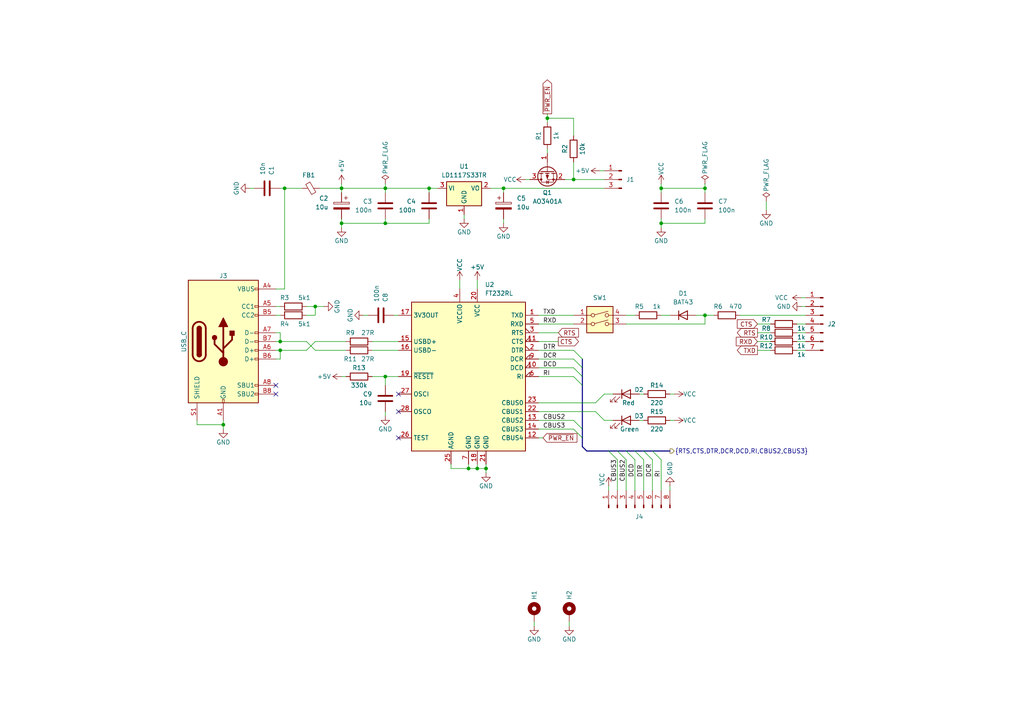
<source format=kicad_sch>
(kicad_sch (version 20230121) (generator eeschema)
  (paper "A4")
  (title_block (title "${acronym} - ${title}") (date "${date}") (rev "${revision}") (company "${company}") (comment 1 "${creator}") (comment 2 "${license}"))
  (lib_symbols
    (symbol "Connector:Conn_01x03_Pin" (pin_names (offset 1.016) hide)
      (property "Reference" "J" (at 0 5.08 0))
      (property "Value" "Conn_01x03_Pin" (at 0 -5.08 0))
      (symbol "Conn_01x03_Pin_1_1"
        (polyline (pts (xy 1.27 -2.54) (xy 0.8636 -2.54)) (stroke (width 0.1524)))
        (polyline (pts (xy 1.27 0) (xy 0.8636 0)) (stroke (width 0.1524)))
        (polyline (pts (xy 1.27 2.54) (xy 0.8636 2.54)) (stroke (width 0.1524)))
        (rectangle (start 0.8636 -2.413) (end 0 -2.667) (stroke (width 0.1524)) (fill (type outline)))
        (rectangle (start 0.8636 0.127) (end 0 -0.127) (stroke (width 0.1524)) (fill (type outline)))
        (rectangle (start 0.8636 2.667) (end 0 2.413) (stroke (width 0.1524)) (fill (type outline)))
        (pin passive line (at 5.08 2.54 180) (length 3.81) (name "Pin_1") (number "1"))
        (pin passive line (at 5.08 0 180) (length 3.81) (name "Pin_2") (number "2"))
        (pin passive line (at 5.08 -2.54 180) (length 3.81) (name "Pin_3") (number "3"))
      )
    )
    (symbol "Connector:Conn_01x07_Pin" (pin_names (offset 1.016) hide)
      (property "Reference" "J" (at 0 10.16 0))
      (property "Value" "Conn_01x07_Pin" (at 0 -10.16 0))
      (symbol "Conn_01x07_Pin_1_1"
        (polyline (pts (xy 1.27 -7.62) (xy 0.8636 -7.62)) (stroke (width 0.1524)))
        (polyline (pts (xy 1.27 -5.08) (xy 0.8636 -5.08)) (stroke (width 0.1524)))
        (polyline (pts (xy 1.27 -2.54) (xy 0.8636 -2.54)) (stroke (width 0.1524)))
        (polyline (pts (xy 1.27 0) (xy 0.8636 0)) (stroke (width 0.1524)))
        (polyline (pts (xy 1.27 2.54) (xy 0.8636 2.54)) (stroke (width 0.1524)))
        (polyline (pts (xy 1.27 5.08) (xy 0.8636 5.08)) (stroke (width 0.1524)))
        (polyline (pts (xy 1.27 7.62) (xy 0.8636 7.62)) (stroke (width 0.1524)))
        (rectangle (start 0.8636 -7.493) (end 0 -7.747) (stroke (width 0.1524)) (fill (type outline)))
        (rectangle (start 0.8636 -4.953) (end 0 -5.207) (stroke (width 0.1524)) (fill (type outline)))
        (rectangle (start 0.8636 -2.413) (end 0 -2.667) (stroke (width 0.1524)) (fill (type outline)))
        (rectangle (start 0.8636 0.127) (end 0 -0.127) (stroke (width 0.1524)) (fill (type outline)))
        (rectangle (start 0.8636 2.667) (end 0 2.413) (stroke (width 0.1524)) (fill (type outline)))
        (rectangle (start 0.8636 5.207) (end 0 4.953) (stroke (width 0.1524)) (fill (type outline)))
        (rectangle (start 0.8636 7.747) (end 0 7.493) (stroke (width 0.1524)) (fill (type outline)))
        (pin passive line (at 5.08 7.62 180) (length 3.81) (name "Pin_1") (number "1"))
        (pin passive line (at 5.08 5.08 180) (length 3.81) (name "Pin_2") (number "2"))
        (pin passive line (at 5.08 2.54 180) (length 3.81) (name "Pin_3") (number "3"))
        (pin passive line (at 5.08 0 180) (length 3.81) (name "Pin_4") (number "4"))
        (pin passive line (at 5.08 -2.54 180) (length 3.81) (name "Pin_5") (number "5"))
        (pin passive line (at 5.08 -5.08 180) (length 3.81) (name "Pin_6") (number "6"))
        (pin passive line (at 5.08 -7.62 180) (length 3.81) (name "Pin_7") (number "7"))
      )
    )
    (symbol "Connector:Conn_01x08_Pin" (pin_names (offset 1.016) hide)
      (property "Reference" "J" (at 0 10.16 0))
      (property "Value" "Conn_01x08_Pin" (at 0 -12.7 0))
      (symbol "Conn_01x08_Pin_1_1"
        (polyline (pts (xy 1.27 -10.16) (xy 0.8636 -10.16)) (stroke (width 0.1524)))
        (polyline (pts (xy 1.27 -7.62) (xy 0.8636 -7.62)) (stroke (width 0.1524)))
        (polyline (pts (xy 1.27 -5.08) (xy 0.8636 -5.08)) (stroke (width 0.1524)))
        (polyline (pts (xy 1.27 -2.54) (xy 0.8636 -2.54)) (stroke (width 0.1524)))
        (polyline (pts (xy 1.27 0) (xy 0.8636 0)) (stroke (width 0.1524)))
        (polyline (pts (xy 1.27 2.54) (xy 0.8636 2.54)) (stroke (width 0.1524)))
        (polyline (pts (xy 1.27 5.08) (xy 0.8636 5.08)) (stroke (width 0.1524)))
        (polyline (pts (xy 1.27 7.62) (xy 0.8636 7.62)) (stroke (width 0.1524)))
        (rectangle (start 0.8636 -10.033) (end 0 -10.287) (stroke (width 0.1524)) (fill (type outline)))
        (rectangle (start 0.8636 -7.493) (end 0 -7.747) (stroke (width 0.1524)) (fill (type outline)))
        (rectangle (start 0.8636 -4.953) (end 0 -5.207) (stroke (width 0.1524)) (fill (type outline)))
        (rectangle (start 0.8636 -2.413) (end 0 -2.667) (stroke (width 0.1524)) (fill (type outline)))
        (rectangle (start 0.8636 0.127) (end 0 -0.127) (stroke (width 0.1524)) (fill (type outline)))
        (rectangle (start 0.8636 2.667) (end 0 2.413) (stroke (width 0.1524)) (fill (type outline)))
        (rectangle (start 0.8636 5.207) (end 0 4.953) (stroke (width 0.1524)) (fill (type outline)))
        (rectangle (start 0.8636 7.747) (end 0 7.493) (stroke (width 0.1524)) (fill (type outline)))
        (pin passive line (at 5.08 7.62 180) (length 3.81) (name "Pin_1") (number "1"))
        (pin passive line (at 5.08 5.08 180) (length 3.81) (name "Pin_2") (number "2"))
        (pin passive line (at 5.08 2.54 180) (length 3.81) (name "Pin_3") (number "3"))
        (pin passive line (at 5.08 0 180) (length 3.81) (name "Pin_4") (number "4"))
        (pin passive line (at 5.08 -2.54 180) (length 3.81) (name "Pin_5") (number "5"))
        (pin passive line (at 5.08 -5.08 180) (length 3.81) (name "Pin_6") (number "6"))
        (pin passive line (at 5.08 -7.62 180) (length 3.81) (name "Pin_7") (number "7"))
        (pin passive line (at 5.08 -10.16 180) (length 3.81) (name "Pin_8") (number "8"))
      )
    )
    (symbol "Connector:USB_C_Receptacle_USB2.0_16P" (pin_names (offset 1.016))
      (property "Reference" "J" (at 0 22.225 0))
      (property "Value" "USB_C_Receptacle_USB2.0_16P" (at 0 19.685 0))
      (symbol "USB_C_Receptacle_USB2.0_16P_0_0"
        (rectangle (start -0.254 -17.78) (end 0.254 -16.764))
        (rectangle (start 10.16 -14.986) (end 9.144 -15.494))
        (rectangle (start 10.16 -12.446) (end 9.144 -12.954))
        (rectangle (start 10.16 -4.826) (end 9.144 -5.334))
        (rectangle (start 10.16 -2.286) (end 9.144 -2.794))
        (rectangle (start 10.16 0.254) (end 9.144 -0.254))
        (rectangle (start 10.16 2.794) (end 9.144 2.286))
        (rectangle (start 10.16 7.874) (end 9.144 7.366))
        (rectangle (start 10.16 10.414) (end 9.144 9.906))
        (rectangle (start 10.16 15.494) (end 9.144 14.986))
      )
      (symbol "USB_C_Receptacle_USB2.0_16P_0_1"
        (rectangle (start -10.16 17.78) (end 10.16 -17.78) (stroke (width 0.254)) (fill (type background)))
        (arc (start -8.89 -3.81) (mid -6.985 -5.7067) (end -5.08 -3.81) (stroke (width 0.508)))
        (arc (start -7.62 -3.81) (mid -6.985 -4.4423) (end -6.35 -3.81) (stroke (width 0.254)))
        (arc (start -7.62 -3.81) (mid -6.985 -4.4423) (end -6.35 -3.81) (stroke (width 0.254)) (fill (type outline)))
        (rectangle (start -7.62 -3.81) (end -6.35 3.81) (stroke (width 0.254)) (fill (type outline)))
        (arc (start -6.35 3.81) (mid -6.985 4.4423) (end -7.62 3.81) (stroke (width 0.254)))
        (arc (start -6.35 3.81) (mid -6.985 4.4423) (end -7.62 3.81) (stroke (width 0.254)) (fill (type outline)))
        (arc (start -5.08 3.81) (mid -6.985 5.7067) (end -8.89 3.81) (stroke (width 0.508)))
        (circle (center -2.54 1.143) (radius 0.635) (stroke (width 0.254)) (fill (type outline)))
        (circle (center 0 -5.842) (radius 1.27) (fill (type outline)))
        (polyline (pts (xy -8.89 -3.81) (xy -8.89 3.81)) (stroke (width 0.508)))
        (polyline (pts (xy -5.08 3.81) (xy -5.08 -3.81)) (stroke (width 0.508)))
        (polyline (pts (xy 0 -5.842) (xy 0 4.318)) (stroke (width 0.508)))
        (polyline (pts (xy 0 -3.302) (xy -2.54 -0.762) (xy -2.54 0.508)) (stroke (width 0.508)))
        (polyline (pts (xy 0 -2.032) (xy 2.54 0.508) (xy 2.54 1.778)) (stroke (width 0.508)))
        (polyline (pts (xy -1.27 4.318) (xy 0 6.858) (xy 1.27 4.318) (xy -1.27 4.318)) (stroke (width 0.254)) (fill (type outline)))
        (rectangle (start 1.905 1.778) (end 3.175 3.048) (stroke (width 0.254)) (fill (type outline)))
      )
      (symbol "USB_C_Receptacle_USB2.0_16P_1_1"
        (pin passive line (at 0 -22.86 90) (length 5.08) (name "GND") (number "A1"))
        (pin passive line (at 0 -22.86 90) (length 5.08) hide (name "GND") (number "A12"))
        (pin passive line (at 15.24 15.24 180) (length 5.08) (name "VBUS") (number "A4"))
        (pin bidirectional line (at 15.24 10.16 180) (length 5.08) (name "CC1") (number "A5"))
        (pin bidirectional line (at 15.24 -2.54 180) (length 5.08) (name "D+") (number "A6"))
        (pin bidirectional line (at 15.24 2.54 180) (length 5.08) (name "D-") (number "A7"))
        (pin bidirectional line (at 15.24 -12.7 180) (length 5.08) (name "SBU1") (number "A8"))
        (pin passive line (at 15.24 15.24 180) (length 5.08) hide (name "VBUS") (number "A9"))
        (pin passive line (at 0 -22.86 90) (length 5.08) hide (name "GND") (number "B1"))
        (pin passive line (at 0 -22.86 90) (length 5.08) hide (name "GND") (number "B12"))
        (pin passive line (at 15.24 15.24 180) (length 5.08) hide (name "VBUS") (number "B4"))
        (pin bidirectional line (at 15.24 7.62 180) (length 5.08) (name "CC2") (number "B5"))
        (pin bidirectional line (at 15.24 -5.08 180) (length 5.08) (name "D+") (number "B6"))
        (pin bidirectional line (at 15.24 0 180) (length 5.08) (name "D-") (number "B7"))
        (pin bidirectional line (at 15.24 -15.24 180) (length 5.08) (name "SBU2") (number "B8"))
        (pin passive line (at 15.24 15.24 180) (length 5.08) hide (name "VBUS") (number "B9"))
        (pin passive line (at -7.62 -22.86 90) (length 5.08) (name "SHIELD") (number "S1"))
      )
    )
    (symbol "Device:C" (pin_numbers hide) (pin_names (offset 0.254))
      (property "Reference" "C" (at 0.635 2.54 0))
      (property "Value" "C" (at 0.635 -2.54 0))
      (symbol "C_0_1"
        (polyline (pts (xy -2.032 -0.762) (xy 2.032 -0.762)) (stroke (width 0.508)))
        (polyline (pts (xy -2.032 0.762) (xy 2.032 0.762)) (stroke (width 0.508)))
      )
      (symbol "C_1_1"
        (pin passive line (at 0 3.81 270) (length 2.794) (name "~") (number "1"))
        (pin passive line (at 0 -3.81 90) (length 2.794) (name "~") (number "2"))
      )
    )
    (symbol "Device:C_Polarized" (pin_numbers hide) (pin_names (offset 0.254))
      (property "Reference" "C" (at 0.635 2.54 0))
      (property "Value" "C_Polarized" (at 0.635 -2.54 0))
      (symbol "C_Polarized_0_1"
        (rectangle (start -2.286 0.508) (end 2.286 1.016))
        (polyline (pts (xy -1.778 2.286) (xy -0.762 2.286)))
        (polyline (pts (xy -1.27 2.794) (xy -1.27 1.778)))
        (rectangle (start 2.286 -0.508) (end -2.286 -1.016) (fill (type outline)))
      )
      (symbol "C_Polarized_1_1"
        (pin passive line (at 0 3.81 270) (length 2.794) (name "~") (number "1"))
        (pin passive line (at 0 -3.81 90) (length 2.794) (name "~") (number "2"))
      )
    )
    (symbol "Device:D" (pin_numbers hide) (pin_names (offset 1.016) hide)
      (property "Reference" "D" (at 0 2.54 0))
      (property "Value" "D" (at 0 -2.54 0))
      (symbol "D_0_1"
        (polyline (pts (xy -1.27 1.27) (xy -1.27 -1.27)) (stroke (width 0.254)))
        (polyline (pts (xy 1.27 0) (xy -1.27 0)))
        (polyline (pts (xy 1.27 1.27) (xy 1.27 -1.27) (xy -1.27 0) (xy 1.27 1.27)) (stroke (width 0.254)))
      )
      (symbol "D_1_1"
        (pin passive line (at -3.81 0 0) (length 2.54) (name "K") (number "1"))
        (pin passive line (at 3.81 0 180) (length 2.54) (name "A") (number "2"))
      )
    )
    (symbol "Device:FerriteBead_Small" (pin_numbers hide) (pin_names (offset 0))
      (property "Reference" "FB" (at 1.905 1.27 0))
      (property "Value" "FerriteBead_Small" (at 1.905 -1.27 0))
      (symbol "FerriteBead_Small_0_1"
        (polyline (pts (xy 0 -1.27) (xy 0 -0.7874)))
        (polyline (pts (xy 0 0.889) (xy 0 1.2954)))
        (polyline (pts (xy -1.8288 0.2794) (xy -1.1176 1.4986) (xy 1.8288 -0.2032) (xy 1.1176 -1.4224) (xy -1.8288 0.2794)))
      )
      (symbol "FerriteBead_Small_1_1"
        (pin passive line (at 0 2.54 270) (length 1.27) (name "~") (number "1"))
        (pin passive line (at 0 -2.54 90) (length 1.27) (name "~") (number "2"))
      )
    )
    (symbol "Device:LED" (pin_numbers hide) (pin_names (offset 1.016) hide)
      (property "Reference" "D" (at 0 2.54 0))
      (property "Value" "LED" (at 0 -2.54 0))
      (symbol "LED_0_1"
        (polyline (pts (xy -1.27 -1.27) (xy -1.27 1.27)) (stroke (width 0.254)))
        (polyline (pts (xy -1.27 0) (xy 1.27 0)))
        (polyline (pts (xy 1.27 -1.27) (xy 1.27 1.27) (xy -1.27 0) (xy 1.27 -1.27)) (stroke (width 0.254)))
        (polyline (pts (xy -3.048 -0.762) (xy -4.572 -2.286) (xy -3.81 -2.286) (xy -4.572 -2.286) (xy -4.572 -1.524)))
        (polyline (pts (xy -1.778 -0.762) (xy -3.302 -2.286) (xy -2.54 -2.286) (xy -3.302 -2.286) (xy -3.302 -1.524)))
      )
      (symbol "LED_1_1"
        (pin passive line (at -3.81 0 0) (length 2.54) (name "K") (number "1"))
        (pin passive line (at 3.81 0 180) (length 2.54) (name "A") (number "2"))
      )
    )
    (symbol "Device:R" (pin_numbers hide) (pin_names (offset 0))
      (property "Reference" "R" (at 2.032 0 90))
      (property "Value" "R" (at 0 0 90))
      (symbol "R_0_1"
        (rectangle (start -1.016 -2.54) (end 1.016 2.54) (stroke (width 0.254)))
      )
      (symbol "R_1_1"
        (pin passive line (at 0 3.81 270) (length 1.27) (name "~") (number "1"))
        (pin passive line (at 0 -3.81 90) (length 1.27) (name "~") (number "2"))
      )
    )
    (symbol "Interface_USB:FT232RL"
      (property "Reference" "U" (at -16.51 22.86 0))
      (property "Value" "FT232RL" (at 10.16 22.86 0))
      (symbol "FT232RL_0_1"
        (rectangle (start -16.51 21.59) (end 16.51 -21.59) (stroke (width 0.254)) (fill (type background)))
      )
      (symbol "FT232RL_1_1"
        (pin output line (at 20.32 17.78 180) (length 3.81) (name "TXD") (number "1"))
        (pin input input_low (at 20.32 2.54 180) (length 3.81) (name "DCD") (number "10"))
        (pin input input_low (at 20.32 10.16 180) (length 3.81) (name "CTS") (number "11"))
        (pin bidirectional line (at 20.32 -17.78 180) (length 3.81) (name "CBUS4") (number "12"))
        (pin bidirectional line (at 20.32 -12.7 180) (length 3.81) (name "CBUS2") (number "13"))
        (pin bidirectional line (at 20.32 -15.24 180) (length 3.81) (name "CBUS3") (number "14"))
        (pin bidirectional line (at -20.32 10.16 0) (length 3.81) (name "USBD+") (number "15"))
        (pin bidirectional line (at -20.32 7.62 0) (length 3.81) (name "USBD-") (number "16"))
        (pin power_out line (at -20.32 17.78 0) (length 3.81) (name "3V3OUT") (number "17"))
        (pin power_in line (at 2.54 -25.4 90) (length 3.81) (name "GND") (number "18"))
        (pin input line (at -20.32 0 0) (length 3.81) (name "~{RESET}") (number "19"))
        (pin output output_low (at 20.32 7.62 180) (length 3.81) (name "DTR") (number "2"))
        (pin power_in line (at 2.54 25.4 270) (length 3.81) (name "VCC") (number "20"))
        (pin power_in line (at 5.08 -25.4 90) (length 3.81) (name "GND") (number "21"))
        (pin bidirectional line (at 20.32 -10.16 180) (length 3.81) (name "CBUS1") (number "22"))
        (pin bidirectional line (at 20.32 -7.62 180) (length 3.81) (name "CBUS0") (number "23"))
        (pin power_in line (at -5.08 -25.4 90) (length 3.81) (name "AGND") (number "25"))
        (pin input line (at -20.32 -17.78 0) (length 3.81) (name "TEST") (number "26"))
        (pin input line (at -20.32 -5.08 0) (length 3.81) (name "OSCI") (number "27"))
        (pin output line (at -20.32 -10.16 0) (length 3.81) (name "OSCO") (number "28"))
        (pin output output_low (at 20.32 12.7 180) (length 3.81) (name "RTS") (number "3"))
        (pin power_in line (at -2.54 25.4 270) (length 3.81) (name "VCCIO") (number "4"))
        (pin input line (at 20.32 15.24 180) (length 3.81) (name "RXD") (number "5"))
        (pin input input_low (at 20.32 0 180) (length 3.81) (name "RI") (number "6"))
        (pin power_in line (at 0 -25.4 90) (length 3.81) (name "GND") (number "7"))
        (pin input input_low (at 20.32 5.08 180) (length 3.81) (name "DCR") (number "9"))
      )
    )
    (symbol "Mechanical:MountingHole_Pad" (pin_numbers hide) (pin_names (offset 1.016) hide)
      (property "Reference" "H" (at 0 6.35 0))
      (property "Value" "MountingHole_Pad" (at 0 4.445 0))
      (symbol "MountingHole_Pad_0_1"
        (circle (center 0 1.27) (radius 1.27) (stroke (width 1.27)))
      )
      (symbol "MountingHole_Pad_1_1"
        (pin input line (at 0 -2.54 90) (length 2.54) (name "1") (number "1"))
      )
    )
    (symbol "Regulator_Linear:LD1117S33TR_SOT223"
      (property "Reference" "U" (at -3.81 3.175 0))
      (property "Value" "LD1117S33TR_SOT223" (at 0 3.175 0))
      (symbol "LD1117S33TR_SOT223_0_1"
        (rectangle (start -5.08 -5.08) (end 5.08 1.905) (stroke (width 0.254)) (fill (type background)))
      )
      (symbol "LD1117S33TR_SOT223_1_1"
        (pin power_in line (at 0 -7.62 90) (length 2.54) (name "GND") (number "1"))
        (pin power_out line (at 7.62 0 180) (length 2.54) (name "VO") (number "2"))
        (pin power_in line (at -7.62 0 0) (length 2.54) (name "VI") (number "3"))
      )
    )
    (symbol "Switch:SW_DIP_x02" (pin_names (offset 0) hide)
      (property "Reference" "SW" (at 0 6.35 0))
      (property "Value" "SW_DIP_x02" (at 0 -3.81 0))
      (symbol "SW_DIP_x02_0_0"
        (circle (center -2.032 0) (radius 0.508))
        (circle (center -2.032 2.54) (radius 0.508))
        (polyline (pts (xy -1.524 0.127) (xy 2.3622 1.1684)))
        (polyline (pts (xy -1.524 2.667) (xy 2.3622 3.7084)))
        (circle (center 2.032 0) (radius 0.508))
        (circle (center 2.032 2.54) (radius 0.508))
      )
      (symbol "SW_DIP_x02_0_1"
        (rectangle (start -3.81 5.08) (end 3.81 -2.54) (stroke (width 0.254)) (fill (type background)))
      )
      (symbol "SW_DIP_x02_1_1"
        (pin passive line (at -7.62 2.54 0) (length 5.08) (name "~") (number "1"))
        (pin passive line (at -7.62 0 0) (length 5.08) (name "~") (number "2"))
        (pin passive line (at 7.62 0 180) (length 5.08) (name "~") (number "3"))
        (pin passive line (at 7.62 2.54 180) (length 5.08) (name "~") (number "4"))
      )
    )
    (symbol "Transistor_FET:AO3401A" (pin_names hide)
      (property "Reference" "Q" (at 5.08 1.905 0))
      (property "Value" "AO3401A" (at 5.08 0 0))
      (symbol "AO3401A_0_1"
        (polyline (pts (xy 0.254 0) (xy -2.54 0)))
        (polyline (pts (xy 0.254 1.905) (xy 0.254 -1.905)) (stroke (width 0.254)))
        (polyline (pts (xy 0.762 -1.27) (xy 0.762 -2.286)) (stroke (width 0.254)))
        (polyline (pts (xy 0.762 0.508) (xy 0.762 -0.508)) (stroke (width 0.254)))
        (polyline (pts (xy 0.762 2.286) (xy 0.762 1.27)) (stroke (width 0.254)))
        (polyline (pts (xy 2.54 2.54) (xy 2.54 1.778)))
        (polyline (pts (xy 2.54 -2.54) (xy 2.54 0) (xy 0.762 0)))
        (polyline (pts (xy 0.762 1.778) (xy 3.302 1.778) (xy 3.302 -1.778) (xy 0.762 -1.778)))
        (polyline (pts (xy 2.286 0) (xy 1.27 0.381) (xy 1.27 -0.381) (xy 2.286 0)) (fill (type outline)))
        (polyline (pts (xy 2.794 -0.508) (xy 2.921 -0.381) (xy 3.683 -0.381) (xy 3.81 -0.254)))
        (polyline (pts (xy 3.302 -0.381) (xy 2.921 0.254) (xy 3.683 0.254) (xy 3.302 -0.381)))
        (circle (center 1.651 0) (radius 2.794) (stroke (width 0.254)))
        (circle (center 2.54 -1.778) (radius 0.254) (fill (type outline)))
        (circle (center 2.54 1.778) (radius 0.254) (fill (type outline)))
      )
      (symbol "AO3401A_1_1"
        (pin input line (at -5.08 0 0) (length 2.54) (name "G") (number "1"))
        (pin passive line (at 2.54 -5.08 90) (length 2.54) (name "S") (number "2"))
        (pin passive line (at 2.54 5.08 270) (length 2.54) (name "D") (number "3"))
      )
    )
    (symbol "power:+5V" (power) (pin_names (offset 0))
      (property "Value" "+5V" (at 0 3.556 0))
      (symbol "+5V_0_1"
        (polyline (pts (xy -0.762 1.27) (xy 0 2.54)))
        (polyline (pts (xy 0 0) (xy 0 2.54)))
        (polyline (pts (xy 0 2.54) (xy 0.762 1.27)))
      )
      (symbol "+5V_1_1"
        (pin power_in line (at 0 0 90) (length 0) hide (name "+5V") (number "1"))
      )
    )
    (symbol "power:GND" (power) (pin_names (offset 0))
      (property "Value" "GND" (at 0 -3.81 0))
      (symbol "GND_0_1"
        (polyline (pts (xy 0 0) (xy 0 -1.27) (xy 1.27 -1.27) (xy 0 -2.54) (xy -1.27 -1.27) (xy 0 -1.27)))
      )
      (symbol "GND_1_1"
        (pin power_in line (at 0 0 270) (length 0) hide (name "GND") (number "1"))
      )
    )
    (symbol "power:PWR_FLAG" (power) (pin_numbers hide) (pin_names (offset 0) hide)
      (property "Value" "PWR_FLAG" (at 0 3.81 0))
      (symbol "PWR_FLAG_0_0"
        (pin power_out line (at 0 0 90) (length 0) (name "pwr") (number "1"))
      )
      (symbol "PWR_FLAG_0_1"
        (polyline (pts (xy 0 0) (xy 0 1.27) (xy -1.016 1.905) (xy 0 2.54) (xy 1.016 1.905) (xy 0 1.27)))
      )
    )
    (symbol "power:VCC" (power) (pin_names (offset 0))
      (property "Value" "VCC" (at 0 3.81 0))
      (symbol "VCC_0_1"
        (polyline (pts (xy -0.762 1.27) (xy 0 2.54)))
        (polyline (pts (xy 0 0) (xy 0 2.54)))
        (polyline (pts (xy 0 2.54) (xy 0.762 1.27)))
      )
      (symbol "VCC_1_1"
        (pin power_in line (at 0 0 90) (length 0) hide (name "VCC") (number "1"))
      )
    )
  )
  (junction (at 204.47 54.61))
  (junction (at 158.75 34.29))
  (junction (at 111.76 54.61))
  (junction (at 138.43 135.89))
  (junction (at 91.44 88.9))
  (junction (at 204.47 91.44))
  (junction (at 124.46 54.61))
  (junction (at 111.76 64.77))
  (junction (at 81.28 99.06))
  (junction (at 99.06 64.77))
  (junction (at 191.77 64.77))
  (junction (at 146.05 54.61))
  (junction (at 99.06 54.61))
  (junction (at 64.77 123.19))
  (junction (at 140.97 135.89))
  (junction (at 82.55 54.61))
  (junction (at 111.76 109.22))
  (junction (at 166.37 52.07))
  (junction (at 191.77 54.61))
  (junction (at 135.89 135.89))
  (junction (at 81.28 101.6))
  (no_connect (at 115.57 127))
  (no_connect (at 80.01 114.3))
  (no_connect (at 115.57 119.38))
  (no_connect (at 115.57 114.3))
  (no_connect (at 80.01 111.76))
  (bus_entry (at 176.53 130.81) (size 2.54 2.54))
  (bus_entry (at 166.37 121.92) (size 2.54 2.54))
  (bus_entry (at 184.15 130.81) (size 2.54 2.54))
  (bus_entry (at 186.69 130.81) (size 2.54 2.54))
  (bus_entry (at 166.37 106.68) (size 2.54 2.54))
  (bus_entry (at 179.07 130.81) (size 2.54 2.54))
  (bus_entry (at 166.37 104.14) (size 2.54 2.54))
  (bus_entry (at 166.37 109.22) (size 2.54 2.54))
  (bus_entry (at 166.37 101.6) (size 2.54 2.54))
  (bus_entry (at 181.61 130.81) (size 2.54 2.54))
  (bus_entry (at 189.23 130.81) (size 2.54 2.54))
  (bus_entry (at 166.37 124.46) (size 2.54 2.54))
  (wire (pts (xy 156.21 109.22) (xy 166.37 109.22)))
  (wire (pts (xy 152.4 52.07) (xy 153.67 52.07)))
  (wire (pts (xy 154.94 181.61) (xy 154.94 180.34)))
  (wire (pts (xy 189.23 133.35) (xy 189.23 142.24)))
  (wire (pts (xy 81.28 96.52) (xy 81.28 99.06)))
  (wire (pts (xy 81.28 54.61) (xy 82.55 54.61)))
  (wire (pts (xy 111.76 119.38) (xy 111.76 120.65)))
  (wire (pts (xy 91.44 101.6) (xy 100.33 101.6)))
  (wire (pts (xy 191.77 64.77) (xy 191.77 66.04)))
  (wire (pts (xy 133.35 81.28) (xy 133.35 83.82)))
  (wire (pts (xy 99.06 55.88) (xy 99.06 54.61)))
  (wire (pts (xy 222.25 58.42) (xy 222.25 60.96)))
  (bus (pts (xy 168.91 129.54) (xy 170.18 130.81)))
  (wire (pts (xy 165.1 181.61) (xy 165.1 180.34)))
  (wire (pts (xy 156.21 116.84) (xy 172.72 116.84)))
  (wire (pts (xy 124.46 54.61) (xy 127 54.61)))
  (wire (pts (xy 233.68 88.9) (xy 232.41 88.9)))
  (wire (pts (xy 111.76 64.77) (xy 99.06 64.77)))
  (wire (pts (xy 81.28 101.6) (xy 88.9 101.6)))
  (wire (pts (xy 91.44 99.06) (xy 100.33 99.06)))
  (wire (pts (xy 91.44 88.9) (xy 93.98 88.9)))
  (wire (pts (xy 156.21 104.14) (xy 166.37 104.14)))
  (wire (pts (xy 231.14 99.06) (xy 233.68 99.06)))
  (wire (pts (xy 138.43 134.62) (xy 138.43 135.89)))
  (wire (pts (xy 232.41 86.36) (xy 233.68 86.36)))
  (wire (pts (xy 138.43 135.89) (xy 135.89 135.89)))
  (wire (pts (xy 111.76 109.22) (xy 115.57 109.22)))
  (wire (pts (xy 175.26 114.3) (xy 172.72 116.84)))
  (wire (pts (xy 99.06 64.77) (xy 99.06 66.04)))
  (wire (pts (xy 142.24 54.61) (xy 146.05 54.61)))
  (wire (pts (xy 91.44 91.44) (xy 91.44 88.9)))
  (wire (pts (xy 80.01 83.82) (xy 82.55 83.82)))
  (wire (pts (xy 156.21 99.06) (xy 161.925 99.06)))
  (wire (pts (xy 81.28 96.52) (xy 80.01 96.52)))
  (bus (pts (xy 176.53 130.81) (xy 179.07 130.81)))
  (wire (pts (xy 194.31 142.24) (xy 194.31 140.97)))
  (wire (pts (xy 134.62 62.23) (xy 134.62 63.5)))
  (bus (pts (xy 189.23 130.81) (xy 194.31 130.81)))
  (wire (pts (xy 176.53 140.97) (xy 176.53 142.24)))
  (wire (pts (xy 175.26 114.3) (xy 177.8 114.3)))
  (wire (pts (xy 146.05 54.61) (xy 175.26 54.61)))
  (wire (pts (xy 115.57 91.44) (xy 114.3 91.44)))
  (wire (pts (xy 140.97 134.62) (xy 140.97 135.89)))
  (wire (pts (xy 135.89 134.62) (xy 135.89 135.89)))
  (wire (pts (xy 219.71 96.52) (xy 223.52 96.52)))
  (wire (pts (xy 191.77 53.34) (xy 191.77 54.61)))
  (wire (pts (xy 81.28 101.6) (xy 80.01 101.6)))
  (wire (pts (xy 138.43 81.28) (xy 138.43 83.82)))
  (bus (pts (xy 170.18 130.81) (xy 176.53 130.81)))
  (wire (pts (xy 166.37 46.99) (xy 166.37 52.07)))
  (wire (pts (xy 186.69 114.3) (xy 185.42 114.3)))
  (wire (pts (xy 214.63 91.44) (xy 233.68 91.44)))
  (wire (pts (xy 186.69 121.92) (xy 185.42 121.92)))
  (wire (pts (xy 88.9 91.44) (xy 91.44 91.44)))
  (wire (pts (xy 81.28 99.06) (xy 88.9 99.06)))
  (wire (pts (xy 156.21 93.98) (xy 166.37 93.98)))
  (wire (pts (xy 91.44 101.6) (xy 88.9 99.06)))
  (wire (pts (xy 173.99 49.53) (xy 175.26 49.53)))
  (wire (pts (xy 201.93 91.44) (xy 204.47 91.44)))
  (wire (pts (xy 82.55 54.61) (xy 82.55 83.82)))
  (wire (pts (xy 158.75 33.02) (xy 158.75 34.29)))
  (wire (pts (xy 156.21 106.68) (xy 166.37 106.68)))
  (wire (pts (xy 111.76 64.77) (xy 124.46 64.77)))
  (wire (pts (xy 124.46 54.61) (xy 124.46 55.88)))
  (wire (pts (xy 146.05 63.5) (xy 146.05 64.77)))
  (wire (pts (xy 111.76 54.61) (xy 111.76 55.88)))
  (wire (pts (xy 81.28 101.6) (xy 81.28 104.14)))
  (bus (pts (xy 168.91 127) (xy 168.91 129.54)))
  (wire (pts (xy 99.06 109.22) (xy 100.33 109.22)))
  (wire (pts (xy 130.81 135.89) (xy 135.89 135.89)))
  (wire (pts (xy 81.28 99.06) (xy 80.01 99.06)))
  (wire (pts (xy 156.21 91.44) (xy 166.37 91.44)))
  (wire (pts (xy 81.28 104.14) (xy 80.01 104.14)))
  (wire (pts (xy 177.8 121.92) (xy 175.26 121.92)))
  (wire (pts (xy 156.21 119.38) (xy 172.72 119.38)))
  (wire (pts (xy 107.95 101.6) (xy 115.57 101.6)))
  (bus (pts (xy 186.69 130.81) (xy 189.23 130.81)))
  (wire (pts (xy 179.07 133.35) (xy 179.07 142.24)))
  (wire (pts (xy 156.21 96.52) (xy 161.925 96.52)))
  (wire (pts (xy 57.15 123.19) (xy 64.77 123.19)))
  (wire (pts (xy 64.77 121.92) (xy 64.77 123.19)))
  (wire (pts (xy 181.61 133.35) (xy 181.61 142.24)))
  (wire (pts (xy 191.77 64.77) (xy 204.47 64.77)))
  (wire (pts (xy 219.71 101.6) (xy 223.52 101.6)))
  (wire (pts (xy 158.75 34.29) (xy 158.75 35.56)))
  (bus (pts (xy 168.91 104.14) (xy 168.91 106.68)))
  (bus (pts (xy 179.07 130.81) (xy 181.61 130.81)))
  (bus (pts (xy 168.91 124.46) (xy 168.91 127)))
  (wire (pts (xy 157.48 127) (xy 156.21 127)))
  (bus (pts (xy 168.91 106.68) (xy 168.91 109.22)))
  (wire (pts (xy 181.61 93.98) (xy 204.47 93.98)))
  (wire (pts (xy 80.01 91.44) (xy 81.28 91.44)))
  (wire (pts (xy 231.14 101.6) (xy 233.68 101.6)))
  (wire (pts (xy 106.68 91.44) (xy 105.41 91.44)))
  (wire (pts (xy 181.61 91.44) (xy 184.15 91.44)))
  (wire (pts (xy 195.58 114.3) (xy 194.31 114.3)))
  (wire (pts (xy 166.37 52.07) (xy 175.26 52.07)))
  (wire (pts (xy 107.95 109.22) (xy 111.76 109.22)))
  (wire (pts (xy 140.97 135.89) (xy 140.97 137.16)))
  (wire (pts (xy 231.14 96.52) (xy 233.68 96.52)))
  (wire (pts (xy 191.77 133.35) (xy 191.77 142.24)))
  (wire (pts (xy 111.76 109.22) (xy 111.76 111.76)))
  (wire (pts (xy 80.01 88.9) (xy 81.28 88.9)))
  (wire (pts (xy 124.46 63.5) (xy 124.46 64.77)))
  (wire (pts (xy 204.47 91.44) (xy 204.47 93.98)))
  (wire (pts (xy 191.77 55.88) (xy 191.77 54.61)))
  (wire (pts (xy 130.81 134.62) (xy 130.81 135.89)))
  (wire (pts (xy 231.14 93.98) (xy 233.68 93.98)))
  (wire (pts (xy 175.26 121.92) (xy 172.72 119.38)))
  (wire (pts (xy 156.21 101.6) (xy 166.37 101.6)))
  (wire (pts (xy 156.21 124.46) (xy 166.37 124.46)))
  (wire (pts (xy 219.71 93.98) (xy 223.52 93.98)))
  (wire (pts (xy 186.69 133.35) (xy 186.69 142.24)))
  (wire (pts (xy 191.77 54.61) (xy 204.47 54.61)))
  (wire (pts (xy 111.76 53.34) (xy 111.76 54.61)))
  (wire (pts (xy 99.06 54.61) (xy 111.76 54.61)))
  (bus (pts (xy 168.91 109.22) (xy 168.91 111.76)))
  (bus (pts (xy 184.15 130.81) (xy 186.69 130.81)))
  (wire (pts (xy 204.47 91.44) (xy 207.01 91.44)))
  (wire (pts (xy 140.97 135.89) (xy 138.43 135.89)))
  (wire (pts (xy 156.21 121.92) (xy 166.37 121.92)))
  (wire (pts (xy 204.47 63.5) (xy 204.47 64.77)))
  (wire (pts (xy 57.15 121.92) (xy 57.15 123.19)))
  (wire (pts (xy 158.75 34.29) (xy 166.37 34.29)))
  (wire (pts (xy 111.76 63.5) (xy 111.76 64.77)))
  (bus (pts (xy 168.91 111.76) (xy 168.91 124.46)))
  (wire (pts (xy 99.06 64.77) (xy 99.06 63.5)))
  (wire (pts (xy 91.44 99.06) (xy 88.9 101.6)))
  (wire (pts (xy 191.77 91.44) (xy 194.31 91.44)))
  (wire (pts (xy 163.83 52.07) (xy 166.37 52.07)))
  (wire (pts (xy 88.9 88.9) (xy 91.44 88.9)))
  (wire (pts (xy 195.58 121.92) (xy 194.31 121.92)))
  (wire (pts (xy 146.05 54.61) (xy 146.05 55.88)))
  (wire (pts (xy 92.71 54.61) (xy 99.06 54.61)))
  (wire (pts (xy 158.75 43.18) (xy 158.75 44.45)))
  (wire (pts (xy 166.37 34.29) (xy 166.37 39.37)))
  (wire (pts (xy 204.47 53.34) (xy 204.47 54.61)))
  (wire (pts (xy 64.77 123.19) (xy 64.77 124.46)))
  (wire (pts (xy 184.15 133.35) (xy 184.15 142.24)))
  (wire (pts (xy 107.95 99.06) (xy 115.57 99.06)))
  (wire (pts (xy 191.77 63.5) (xy 191.77 64.77)))
  (wire (pts (xy 72.39 54.61) (xy 73.66 54.61)))
  (wire (pts (xy 219.71 99.06) (xy 223.52 99.06)))
  (wire (pts (xy 82.55 54.61) (xy 87.63 54.61)))
  (wire (pts (xy 99.06 53.34) (xy 99.06 54.61)))
  (wire (pts (xy 111.76 54.61) (xy 124.46 54.61)))
  (wire (pts (xy 204.47 54.61) (xy 204.47 55.88)))
  (bus (pts (xy 181.61 130.81) (xy 184.15 130.81)))
  (label "RI" (at 157.48 109.22 0))
  (label "DCD" (at 157.48 106.68 0))
  (label "DCD" (at 184.15 138.43 90))
  (label "RXD" (at 157.48 93.98 0))
  (label "DTR" (at 157.48 101.6 0))
  (label "CBUS3" (at 179.07 139.7 90))
  (label "CBUS3" (at 157.48 124.46 0))
  (label "CBUS2" (at 181.61 139.7 90))
  (label "DTR" (at 186.69 138.43 90))
  (label "TXD" (at 157.48 91.44 0))
  (label "DCR" (at 157.48 104.14 0))
  (label "CBUS2" (at 157.48 121.92 0))
  (label "RI" (at 191.77 138.43 90))
  (label "DCR" (at 189.23 138.43 90))
  (global_label "TXD" (shape output) (at 219.71 101.6 180) (property "Intersheetrefs" "${INTERSHEET_REFS}" (effects hide)))
  (global_label "RXD" (shape input) (at 219.71 99.06 180) (property "Intersheetrefs" "${INTERSHEET_REFS}" (effects hide)))
  (global_label "CTS" (shape output) (at 161.925 99.06 0) (property "Intersheetrefs" "${INTERSHEET_REFS}" (effects hide)))
  (global_label "CTS" (shape input) (at 219.71 93.98 180) (property "Intersheetrefs" "${INTERSHEET_REFS}" (effects hide)))
  (global_label "~{PWR_EN}" (shape output) (at 158.75 33.02 90) (property "Intersheetrefs" "${INTERSHEET_REFS}" (effects hide)))
  (global_label "RTS" (shape output) (at 219.71 96.52 180) (property "Intersheetrefs" "${INTERSHEET_REFS}" (effects hide)))
  (global_label "RTS" (shape input) (at 161.925 96.52 0) (property "Intersheetrefs" "${INTERSHEET_REFS}" (effects hide)))
  (global_label "~{PWR_EN}" (shape input) (at 157.48 127 0) (property "Intersheetrefs" "${INTERSHEET_REFS}" (effects hide)))
  (hierarchical_label "{RTS,CTS,DTR,DCR,DCD,RI,CBUS2,CBUS3}" (shape output) (at 194.31 130.81 0))
  (symbol (lib_id "Device:C") (at 191.77 59.69 180) (unit 1)
    (property "Reference" "C6" (at 195.58 58.42 0) (effects (justify right)))
    (property "Value" "100n" (at 195.58 60.96 0) (effects (justify right)))
    (property "Footprint" "Capacitor_SMD:C_1206_3216Metric" (effects hide))
    (property "Vendor" "HTL" (effects hide))
    (property "VendorId" "100128" (effects hide))
  )
  (symbol (lib_id "power:+5V") (at 138.43 81.28 0) (unit 1)
    (property "Reference" "#PWR012" (effects hide))
    (property "Value" "+5V" (at 138.43 77.47 0))
  )
  (symbol (lib_id "Mechanical:MountingHole_Pad") (at 165.1 177.8 0) (unit 1)
    (property "Reference" "H2" (at 165.1 173.99 90) (effects (justify left)))
    (property "Value" "MountingHole_Pad" (effects hide))
    (property "Footprint" "MountingHole:MountingHole_2.7mm_M2.5_Pad" (effects hide))
  )
  (symbol (lib_id "power:VCC") (at 195.58 121.92 270) (unit 1)
    (property "Reference" "#PWR020" (effects hide))
    (property "Value" "VCC" (at 198.12 121.92 90) (effects (justify left)))
  )
  (symbol (lib_id "Device:C") (at 124.46 59.69 0) (mirror x) (unit 1)
    (property "Reference" "C4" (at 120.65 58.42 0) (effects (justify right)))
    (property "Value" "100n" (at 120.65 60.96 0) (effects (justify right)))
    (property "Footprint" "Capacitor_SMD:C_1206_3216Metric" (effects hide))
    (property "Vendor" "HTL" (effects hide))
    (property "VendorId" "100128" (effects hide))
  )
  (symbol (lib_id "Device:R") (at 104.14 99.06 90) (unit 1)
    (property "Reference" "R9" (at 101.6 96.52 90))
    (property "Value" "27R" (at 106.68 96.52 90))
    (property "Footprint" "Resistor_SMD:R_1206_3216Metric" (effects hide))
    (property "Vendor" "HTL" (effects hide))
    (property "VendorId" "102920" (effects hide))
  )
  (symbol (lib_id "Device:C") (at 111.76 115.57 0) (mirror x) (unit 1)
    (property "Reference" "C9" (at 107.95 114.3 0) (effects (justify right)))
    (property "Value" "10u" (at 107.95 116.84 0) (effects (justify right)))
    (property "Footprint" "Capacitor_SMD:C_1206_3216Metric" (effects hide))
    (property "Vendor" "HTL" (effects hide))
    (property "VendorId" "100138" (effects hide))
  )
  (symbol (lib_id "Connector:Conn_01x03_Pin") (at 180.34 52.07 0) (mirror y) (unit 1)
    (property "Reference" "J1" (at 181.61 52.07 0) (effects (justify right)))
    (property "Value" "Conn_01x03_Pin" (effects hide))
    (property "Footprint" "Connector_PinHeader_2.54mm:PinHeader_1x03_P2.54mm_Vertical" (effects hide))
    (property "Vendor" "HTL" (effects hide))
    (property "VendorId" "101521" (effects hide))
  )
  (symbol (lib_id "Connector:Conn_01x07_Pin") (at 238.76 93.98 0) (mirror y) (unit 1)
    (property "Reference" "J2" (at 240.03 93.98 0) (effects (justify right)))
    (property "Value" "Conn_01x07_Pin" (effects hide))
    (property "Footprint" "Connector_PinHeader_2.54mm:PinHeader_1x07_P2.54mm_Vertical" (effects hide))
    (property "Vendor" "HTL" (effects hide))
    (property "VendorId" "101521" (effects hide))
  )
  (symbol (lib_id "power:GND") (at 232.41 88.9 270) (unit 1)
    (property "Reference" "#PWR015" (effects hide))
    (property "Value" "GND" (at 227.33 88.9 90))
  )
  (symbol (lib_id "Device:R") (at 85.09 88.9 270) (unit 1)
    (property "Reference" "R3" (at 82.55 86.36 90))
    (property "Value" "5k1" (at 88.265 86.36 90))
    (property "Footprint" "Resistor_SMD:R_1206_3216Metric" (effects hide))
    (property "Vendor" "HTL" (effects hide))
    (property "VendorId" "102962" (effects hide))
  )
  (symbol (lib_id "Device:R") (at 85.09 91.44 270) (unit 1)
    (property "Reference" "R4" (at 82.55 93.98 90))
    (property "Value" "5k1" (at 88.265 93.98 90))
    (property "Footprint" "Resistor_SMD:R_1206_3216Metric" (effects hide))
    (property "Vendor" "HTL" (effects hide))
    (property "VendorId" "102962" (effects hide))
  )
  (symbol (lib_id "Device:R") (at 210.82 91.44 270) (unit 1)
    (property "Reference" "R6" (at 208.28 88.9 90))
    (property "Value" "470" (at 213.36 88.9 90))
    (property "Footprint" "Resistor_SMD:R_1206_3216Metric" (effects hide))
    (property "Vendor" "HTL" (effects hide))
    (property "VendorId" "102944" (effects hide))
  )
  (symbol (lib_id "Device:R") (at 166.37 43.18 0) (mirror x) (unit 1)
    (property "Reference" "R2" (at 163.83 43.18 90))
    (property "Value" "10k" (at 168.91 43.18 90))
    (property "Footprint" "Resistor_SMD:R_1206_3216Metric" (effects hide))
    (property "Vendor" "HTL" (effects hide))
    (property "VendorId" "102967" (effects hide))
  )
  (symbol (lib_id "Device:R") (at 187.96 91.44 270) (unit 1)
    (property "Reference" "R5" (at 185.42 88.9 90))
    (property "Value" "1k" (at 190.5 88.9 90))
    (property "Footprint" "Resistor_SMD:R_1206_3216Metric" (effects hide))
    (property "Vendor" "HTL" (effects hide))
    (property "VendorId" "102951" (effects hide))
  )
  (symbol (lib_id "Device:D") (at 198.12 91.44 0) (unit 1)
    (property "Reference" "D1" (at 198.12 85.09 0))
    (property "Value" "BAT43" (at 198.12 87.63 0))
    (property "Footprint" "Diode_SMD:D_MiniMELF" (effects hide))
    (property "Sim.Device" "D" (effects hide))
    (property "Sim.Pins" "1=K 2=A" (effects hide))
    (property "Vendor" "HTL" (effects hide))
    (property "VendorId" "100205" (effects hide))
  )
  (symbol (lib_id "power:GND") (at 191.77 66.04 0) (unit 1)
    (property "Reference" "#PWR010" (effects hide))
    (property "Value" "GND" (at 191.77 69.85 0))
  )
  (symbol (lib_id "power:+5V") (at 99.06 109.22 90) (unit 1)
    (property "Reference" "#PWR017" (effects hide))
    (property "Value" "+5V" (at 93.98 109.22 90))
  )
  (symbol (lib_id "power:GND") (at 165.1 181.61 0) (unit 1)
    (property "Reference" "#PWR024" (effects hide))
    (property "Value" "GND" (at 165.1 185.42 0))
  )
  (symbol (lib_id "Device:R") (at 190.5 114.3 270) (unit 1)
    (property "Reference" "R14" (at 190.5 111.76 90))
    (property "Value" "220" (at 190.5 116.84 90))
    (property "Footprint" "Resistor_SMD:R_1206_3216Metric" (effects hide))
    (property "Vendor" "HTL" (effects hide))
    (property "VendorId" "102937" (effects hide))
  )
  (symbol (lib_id "Device:LED") (at 181.61 121.92 0) (unit 1)
    (property "Reference" "D3" (at 186.69 120.65 0) (effects (justify right)))
    (property "Value" "Green" (at 185.42 124.46 0) (effects (justify right)))
    (property "Footprint" "LED_SMD:LED_1206_3216Metric" (effects hide))
    (property "Vendor" "HTL" (effects hide))
    (property "VendorId" "100459" (effects hide))
  )
  (symbol (lib_id "power:GND") (at 146.05 64.77 0) (unit 1)
    (property "Reference" "#PWR08" (effects hide))
    (property "Value" "GND" (at 146.05 68.58 0))
  )
  (symbol (lib_id "Device:R") (at 227.33 93.98 270) (unit 1)
    (property "Reference" "R7" (at 222.25 92.71 90))
    (property "Value" "1k" (at 232.41 95.25 90))
    (property "Footprint" "Resistor_SMD:R_1206_3216Metric" (effects hide))
    (property "Vendor" "HTL" (effects hide))
    (property "VendorId" "102951" (effects hide))
  )
  (symbol (lib_id "Device:R") (at 104.14 109.22 270) (mirror x) (unit 1)
    (property "Reference" "R13" (at 104.14 106.68 90))
    (property "Value" "330k" (at 104.14 111.76 90))
    (property "Footprint" "Resistor_SMD:R_1206_3216Metric" (effects hide))
    (property "Vendor" "HTL" (effects hide))
    (property "VendorId" "102993" (effects hide))
  )
  (symbol (lib_id "power:VCC") (at 176.53 140.97 0) (mirror y) (unit 1)
    (property "Reference" "#PWR025" (effects hide))
    (property "Value" "VCC" (at 174.625 140.97 90) (effects (justify left)))
  )
  (symbol (lib_id "power:GND") (at 72.39 54.61 270) (mirror x) (unit 1)
    (property "Reference" "#PWR05" (effects hide))
    (property "Value" "GND" (at 68.58 54.61 0))
  )
  (symbol (lib_id "Device:R") (at 227.33 99.06 270) (unit 1)
    (property "Reference" "R10" (at 222.25 97.79 90))
    (property "Value" "1k" (at 232.41 100.33 90))
    (property "Footprint" "Resistor_SMD:R_1206_3216Metric" (effects hide))
    (property "Vendor" "HTL" (effects hide))
    (property "VendorId" "102951" (effects hide))
  )
  (symbol (lib_id "Mechanical:MountingHole_Pad") (at 154.94 177.8 0) (unit 1)
    (property "Reference" "H1" (at 154.94 173.99 90) (effects (justify left)))
    (property "Value" "MountingHole_Pad" (effects hide))
    (property "Footprint" "MountingHole:MountingHole_2.7mm_M2.5_Pad" (effects hide))
  )
  (symbol (lib_id "Device:R") (at 104.14 101.6 90) (mirror x) (unit 1)
    (property "Reference" "R11" (at 101.6 104.14 90))
    (property "Value" "27R" (at 106.68 104.14 90))
    (property "Footprint" "Resistor_SMD:R_1206_3216Metric" (effects hide))
    (property "Vendor" "HTL" (effects hide))
    (property "VendorId" "102920" (effects hide))
  )
  (symbol (lib_id "Interface_USB:FT232RL") (at 135.89 109.22 0) (unit 1)
    (property "Reference" "U2" (at 140.6241 82.55 0) (effects (justify left)))
    (property "Value" "FT232RL" (at 140.6241 85.09 0) (effects (justify left)))
    (property "Footprint" "Package_SO:SSOP-28_5.3x10.2mm_P0.65mm" (effects hide))
    (property "Datasheet" "https://www.ftdichip.com/Support/Documents/DataSheets/ICs/DS_FT232R.pdf" (effects hide))
    (property "Vendor" "HTL" (effects hide))
    (property "VendorId" "103271" (effects hide))
  )
  (symbol (lib_id "Transistor_FET:AO3401A") (at 158.75 49.53 90) (mirror x) (unit 1)
    (property "Reference" "Q1" (at 158.75 55.88 90))
    (property "Value" "AO3401A" (at 158.75 58.42 90))
    (property "Footprint" "Package_TO_SOT_SMD:SOT-23" (effects hide))
    (property "Datasheet" "http://www.aosmd.com/pdfs/datasheet/AO3401A.pdf" (effects hide))
    (property "Vendor" "HTL" (effects hide))
    (property "VendorId" "103513" (effects hide))
  )
  (symbol (lib_id "power:GND") (at 140.97 137.16 0) (unit 1)
    (property "Reference" "#PWR022" (effects hide))
    (property "Value" "GND" (at 140.97 140.97 0))
  )
  (symbol (lib_id "Connector:Conn_01x08_Pin") (at 184.15 147.32 90) (unit 1)
    (property "Reference" "J4" (at 185.42 149.86 90))
    (property "Value" "Conn_01x08_Pin" (effects hide))
    (property "Footprint" "Connector_PinHeader_2.54mm:PinHeader_1x08_P2.54mm_Vertical" (effects hide))
    (property "Vendor" "HTL" (effects hide))
    (property "VendorId" "101521" (effects hide))
  )
  (symbol (lib_id "Device:LED") (at 181.61 114.3 0) (unit 1)
    (property "Reference" "D2" (at 186.69 113.03 0) (effects (justify right)))
    (property "Value" "Red" (at 184.15 116.84 0) (effects (justify right)))
    (property "Footprint" "LED_SMD:LED_1206_3216Metric" (effects hide))
    (property "Vendor" "HTL" (effects hide))
    (property "VendorId" "100458" (effects hide))
  )
  (symbol (lib_id "Device:C") (at 204.47 59.69 180) (unit 1)
    (property "Reference" "C7" (at 208.28 58.42 0) (effects (justify right)))
    (property "Value" "100n" (at 208.28 60.96 0) (effects (justify right)))
    (property "Footprint" "Capacitor_SMD:C_1206_3216Metric" (effects hide))
    (property "Vendor" "HTL" (effects hide))
    (property "VendorId" "100128" (effects hide))
  )
  (symbol (lib_id "power:GND") (at 111.76 120.65 0) (unit 1)
    (property "Reference" "#PWR019" (effects hide))
    (property "Value" "GND" (at 111.76 124.46 0))
  )
  (symbol (lib_id "power:VCC") (at 152.4 52.07 90) (unit 1)
    (property "Reference" "#PWR02" (effects hide))
    (property "Value" "VCC" (at 149.86 52.07 90) (effects (justify left)))
  )
  (symbol (lib_id "power:VCC") (at 232.41 86.36 90) (unit 1)
    (property "Reference" "#PWR013" (effects hide))
    (property "Value" "VCC" (at 228.6 86.36 90) (effects (justify left)))
  )
  (symbol (lib_id "Device:C_Polarized") (at 146.05 59.69 0) (unit 1)
    (property "Reference" "C5" (at 149.86 57.531 0) (effects (justify left)))
    (property "Value" "10u" (at 149.86 60.071 0) (effects (justify left)))
    (property "Footprint" "Capacitor_Tantalum_SMD:CP_EIA-6032-28_Kemet-C" (effects hide))
    (property "Vendor" "HTL" (effects hide))
    (property "VendorId" "100140" (effects hide))
  )
  (symbol (lib_id "Regulator_Linear:LD1117S33TR_SOT223") (at 134.62 54.61 0) (unit 1)
    (property "Reference" "U1" (at 134.62 48.26 0))
    (property "Value" "LD1117S33TR" (at 134.62 50.8 0))
    (property "Footprint" "Package_TO_SOT_SMD:TO-252-3_TabPin2" (effects hide))
    (property "Datasheet" "http://www.st.com/st-web-ui/static/active/en/resource/technical/document/datasheet/CD00000544.pdf" (effects hide))
    (property "Vendor" "HTL" (effects hide))
    (property "VendorId" "103444" (effects hide))
  )
  (symbol (lib_id "Switch:SW_DIP_x02") (at 173.99 93.98 0) (unit 1)
    (property "Reference" "SW1" (at 173.99 86.36 0))
    (property "Value" "SW_DIP_x02" (effects hide))
    (property "Footprint" "Button_Switch_SMD:SW_DIP_SPSTx02_Slide_6.7x6.64mm_W8.61mm_P2.54mm_LowProfile" (effects hide))
    (property "Vendor" "HTL" (effects hide))
    (property "VendorId" "103604" (effects hide))
  )
  (symbol (lib_id "Device:C_Polarized") (at 99.06 59.69 0) (mirror y) (unit 1)
    (property "Reference" "C2" (at 95.25 57.531 0) (effects (justify left)))
    (property "Value" "10u" (at 95.25 60.071 0) (effects (justify left)))
    (property "Footprint" "Capacitor_Tantalum_SMD:CP_EIA-6032-28_Kemet-C" (effects hide))
    (property "Vendor" "HTL" (effects hide))
    (property "VendorId" "100140" (effects hide))
  )
  (symbol (lib_id "power:VCC") (at 195.58 114.3 270) (unit 1)
    (property "Reference" "#PWR018" (effects hide))
    (property "Value" "VCC" (at 198.12 114.3 90) (effects (justify left)))
  )
  (symbol (lib_id "Device:R") (at 227.33 101.6 270) (unit 1)
    (property "Reference" "R12" (at 222.25 100.33 90))
    (property "Value" "1k" (at 232.41 102.87 90))
    (property "Footprint" "Resistor_SMD:R_1206_3216Metric" (effects hide))
    (property "Vendor" "HTL" (effects hide))
    (property "VendorId" "102951" (effects hide))
  )
  (symbol (lib_id "power:PWR_FLAG") (at 204.47 53.34 0) (unit 1)
    (property "Reference" "#FLG02" (effects hide))
    (property "Value" "PWR_FLAG" (at 204.47 45.72 90))
  )
  (symbol (lib_id "power:PWR_FLAG") (at 111.76 53.34 0) (unit 1)
    (property "Reference" "#FLG01" (effects hide))
    (property "Value" "PWR_FLAG" (at 111.76 45.72 90))
  )
  (symbol (lib_id "Device:C") (at 77.47 54.61 90) (mirror x) (unit 1)
    (property "Reference" "C1" (at 78.74 50.8 0) (effects (justify right)))
    (property "Value" "10n" (at 76.2 50.8 0) (effects (justify right)))
    (property "Footprint" "Capacitor_SMD:C_1206_3216Metric" (effects hide))
    (property "Vendor" "HTL" (effects hide))
    (property "VendorId" "102538" (effects hide))
  )
  (symbol (lib_id "Device:FerriteBead_Small") (at 90.17 54.61 90) (mirror x) (unit 1)
    (property "Reference" "FB1" (at 91.44 50.8 90) (effects (justify left)))
    (property "Value" "FerriteBead_Small" (effects hide))
    (property "Footprint" "Inductor_SMD:L_1206_3216Metric" (effects hide))
    (property "Vendor" "HTL" (effects hide))
    (property "VendorId" "103570" (effects hide))
  )
  (symbol (lib_id "power:GND") (at 93.98 88.9 90) (unit 1)
    (property "Reference" "#PWR014" (effects hide))
    (property "Value" "GND" (at 97.79 88.9 0))
  )
  (symbol (lib_id "power:PWR_FLAG") (at 222.25 58.42 0) (unit 1)
    (property "Reference" "#FLG03" (effects hide))
    (property "Value" "PWR_FLAG" (at 222.25 50.8 90))
  )
  (symbol (lib_id "Device:C") (at 111.76 59.69 0) (mirror x) (unit 1)
    (property "Reference" "C3" (at 107.95 58.42 0) (effects (justify right)))
    (property "Value" "100n" (at 107.95 60.96 0) (effects (justify right)))
    (property "Footprint" "Capacitor_SMD:C_1206_3216Metric" (effects hide))
    (property "Vendor" "HTL" (effects hide))
    (property "VendorId" "100128" (effects hide))
  )
  (symbol (lib_id "power:VCC") (at 133.35 81.28 0) (unit 1)
    (property "Reference" "#PWR011" (effects hide))
    (property "Value" "VCC" (at 133.35 78.74 90) (effects (justify left)))
  )
  (symbol (lib_id "power:VCC") (at 191.77 53.34 0) (unit 1)
    (property "Reference" "#PWR04" (effects hide))
    (property "Value" "VCC" (at 191.77 50.8 90) (effects (justify left)))
  )
  (symbol (lib_id "power:GND") (at 194.31 140.97 0) (mirror x) (unit 1)
    (property "Reference" "#PWR026" (effects hide))
    (property "Value" "GND" (at 194.31 135.89 90))
  )
  (symbol (lib_id "Device:R") (at 158.75 39.37 0) (unit 1)
    (property "Reference" "R1" (at 156.21 39.37 90))
    (property "Value" "1k" (at 161.29 39.37 90))
    (property "Footprint" "Resistor_SMD:R_1206_3216Metric" (effects hide))
    (property "Vendor" "HTL" (effects hide))
    (property "VendorId" "102951" (effects hide))
  )
  (symbol (lib_id "power:GND") (at 134.62 63.5 0) (unit 1)
    (property "Reference" "#PWR07" (effects hide))
    (property "Value" "GND" (at 134.62 67.31 0))
  )
  (symbol (lib_id "power:GND") (at 64.77 124.46 0) (unit 1)
    (property "Reference" "#PWR021" (effects hide))
    (property "Value" "GND" (at 64.77 128.27 0))
  )
  (symbol (lib_id "Device:C") (at 110.49 91.44 90) (mirror x) (unit 1)
    (property "Reference" "C8" (at 111.76 87.63 0) (effects (justify right)))
    (property "Value" "100n" (at 109.22 87.63 0) (effects (justify right)))
    (property "Footprint" "Capacitor_SMD:C_1206_3216Metric" (effects hide))
    (property "Vendor" "HTL" (effects hide))
    (property "VendorId" "100128" (effects hide))
  )
  (symbol (lib_id "Device:R") (at 227.33 96.52 270) (unit 1)
    (property "Reference" "R8" (at 222.25 95.25 90))
    (property "Value" "1k" (at 232.41 97.79 90))
    (property "Footprint" "Resistor_SMD:R_1206_3216Metric" (effects hide))
    (property "Vendor" "HTL" (effects hide))
    (property "VendorId" "102951" (effects hide))
  )
  (symbol (lib_id "power:+5V") (at 99.06 53.34 0) (unit 1)
    (property "Reference" "#PWR03" (effects hide))
    (property "Value" "+5V" (at 99.06 48.26 90))
  )
  (symbol (lib_id "Connector:USB_C_Receptacle_USB2.0_16P") (at 64.77 99.06 0) (unit 1)
    (property "Reference" "J3" (at 64.77 80.01 0))
    (property "Value" "USB_C" (at 53.34 99.06 90))
    (property "Footprint" "Connector_USB:USB_C_Receptacle_GCT_USB4110" (effects hide))
    (property "Datasheet" "https://www.usb.org/sites/default/files/documents/usb_type-c.zip" (effects hide))
    (property "Vendor" "HTL" (effects hide))
    (property "VendorId" "103572" (effects hide))
  )
  (symbol (lib_id "Device:R") (at 190.5 121.92 270) (unit 1)
    (property "Reference" "R15" (at 190.5 119.38 90))
    (property "Value" "220" (at 190.5 124.46 90))
    (property "Footprint" "Resistor_SMD:R_1206_3216Metric" (effects hide))
    (property "Vendor" "HTL" (effects hide))
    (property "VendorId" "102937" (effects hide))
  )
  (symbol (lib_id "power:GND") (at 154.94 181.61 0) (unit 1)
    (property "Reference" "#PWR023" (effects hide))
    (property "Value" "GND" (at 154.94 185.42 0))
  )
  (symbol (lib_id "power:+5V") (at 173.99 49.53 90) (unit 1)
    (property "Reference" "#PWR01" (effects hide))
    (property "Value" "+5V" (at 168.91 49.53 90))
  )
  (symbol (lib_id "power:GND") (at 99.06 66.04 0) (unit 1)
    (property "Reference" "#PWR09" (effects hide))
    (property "Value" "GND" (at 99.06 69.85 0))
  )
  (symbol (lib_id "power:GND") (at 105.41 91.44 270) (unit 1)
    (property "Reference" "#PWR016" (effects hide))
    (property "Value" "GND" (at 101.6 91.44 0))
  )
  (symbol (lib_id "power:GND") (at 222.25 60.96 0) (unit 1)
    (property "Reference" "#PWR06" (effects hide))
    (property "Value" "GND" (at 222.25 64.77 0))
  )
)
</source>
